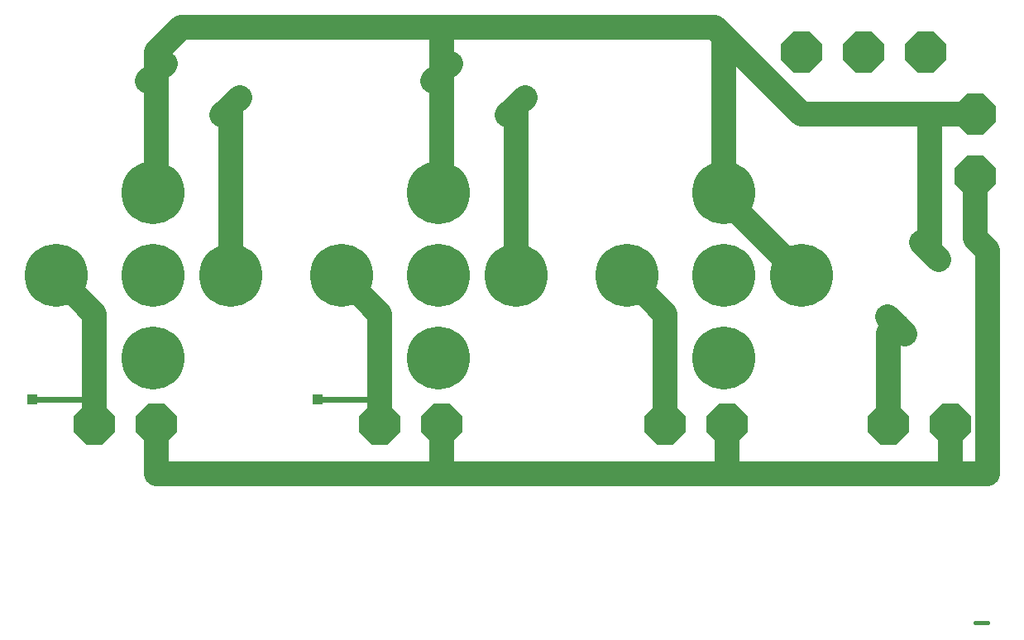
<source format=gbl>
G75*
G70*
%OFA0B0*%
%FSLAX24Y24*%
%IPPOS*%
%LPD*%
%AMOC8*
5,1,8,0,0,1.08239X$1,22.5*
%
%ADD10C,0.2540*%
%ADD11C,0.1000*%
%ADD12OC8,0.1640*%
%ADD13R,0.0396X0.0396*%
%ADD14C,0.0240*%
%ADD15C,0.0160*%
D10*
X006451Y011993D03*
X006451Y015320D03*
X009601Y015320D03*
X014054Y015320D03*
X017951Y015320D03*
X021101Y015320D03*
X025554Y015320D03*
X029451Y015320D03*
X032601Y015320D03*
X029451Y011993D03*
X029451Y018647D03*
X017951Y018647D03*
X017951Y011993D03*
X006451Y018647D03*
X002554Y015320D03*
D11*
X006601Y007320D02*
X018101Y007320D01*
X018101Y009320D01*
X015601Y009320D02*
X015601Y010320D01*
X015601Y013773D01*
X014054Y015320D01*
X009601Y015320D02*
X009601Y022139D01*
X009954Y022492D02*
X009247Y021785D01*
X006954Y023854D02*
X006247Y023147D01*
X006601Y023501D02*
X006601Y024320D01*
X007601Y025320D01*
X018101Y025320D01*
X018101Y023501D01*
X018101Y018796D01*
X017951Y018647D01*
X020747Y021785D02*
X021454Y022492D01*
X021101Y022139D02*
X021101Y015320D01*
X025554Y015320D02*
X027101Y013773D01*
X027101Y009320D01*
X029601Y009320D02*
X029601Y007320D01*
X038601Y007320D01*
X040101Y007320D01*
X040101Y016320D01*
X039601Y016820D01*
X039601Y019320D01*
X039601Y021820D02*
X037782Y021820D01*
X032601Y021820D01*
X029451Y024969D01*
X029101Y025320D01*
X018101Y025320D01*
X018454Y023854D02*
X017747Y023147D01*
X006601Y023501D02*
X006601Y018796D01*
X006451Y018647D01*
X002554Y015320D02*
X004101Y013773D01*
X004101Y010320D01*
X004101Y009320D01*
X006601Y009320D02*
X006601Y007320D01*
X018101Y007320D02*
X029601Y007320D01*
X036101Y009320D02*
X036101Y013001D01*
X036420Y013320D01*
X036773Y012966D02*
X036066Y013673D01*
X032601Y015320D02*
X029451Y018469D01*
X029451Y018647D01*
X029451Y024969D01*
X037782Y021820D02*
X037782Y016320D01*
X038135Y015966D02*
X037428Y016673D01*
X038601Y009320D02*
X038601Y007320D01*
D12*
X038601Y009320D03*
X036101Y009320D03*
X029601Y009320D03*
X027101Y009320D03*
X018101Y009320D03*
X015601Y009320D03*
X006601Y009320D03*
X004101Y009320D03*
X032601Y024320D03*
X035101Y024320D03*
X037601Y024320D03*
X039601Y021820D03*
X039601Y019320D03*
D13*
X013101Y010320D03*
X001601Y010320D03*
D14*
X004101Y010320D01*
X013101Y010320D02*
X015601Y010320D01*
D15*
X039601Y001320D02*
X040101Y001320D01*
M02*

</source>
